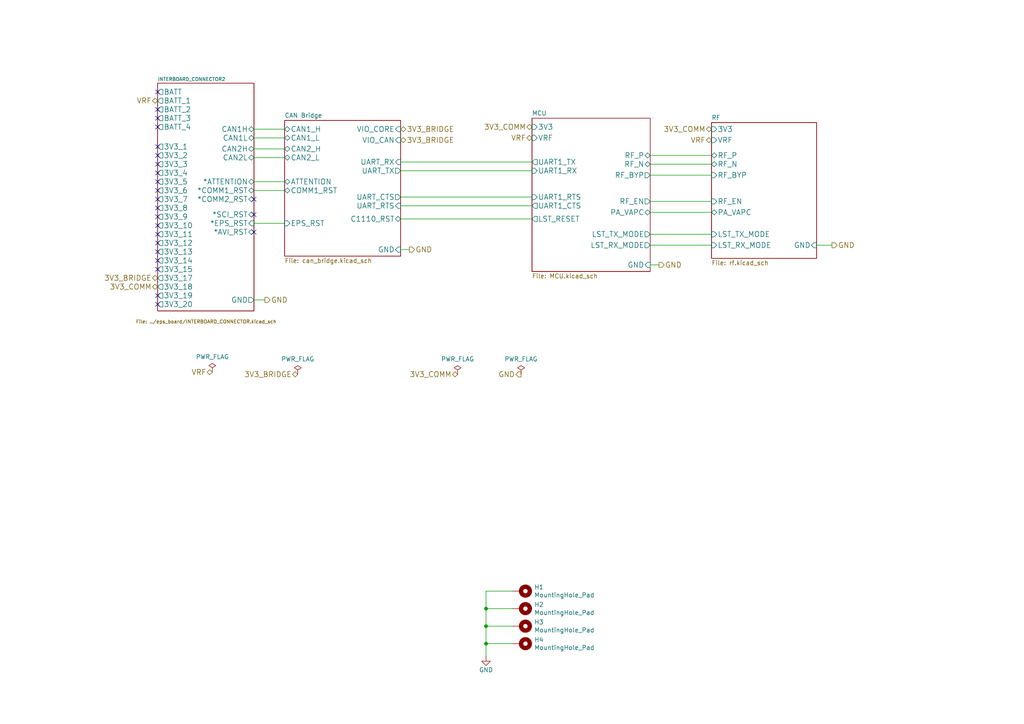
<source format=kicad_sch>
(kicad_sch (version 20231120) (generator "eeschema") (generator_version "8.0")
  (paper "A4")
  (title_block (title "1K Cubesat modification of OpenLST Reference Design") (date "2021-11-15") (rev "1.0") (comment 1 "Drawn by RGSAT. ") (comment 2 "License") (comment 3 "This work is licensed under a Creative Commons Attribution-ShareAlike 4.0 International") (comment 4 "Based on OpenLST Reference Design, Drawn by Ryan Kingsbury, Planet Labs Inc"))
  (lib_symbols
    (symbol "Mechanical:MountingHole_Pad" (pin_numbers hide) (pin_names (offset 1.016) hide) (exclude_from_sim yes) (in_bom no)
      (property "Reference" "H" (at 0 6.35 0))
      (property "Value" "MountingHole_Pad" (at 0 4.445 0))
      (symbol "MountingHole_Pad_0_1"
        (circle (center 0 1.27) (radius 1.27) (stroke (width 1.27)))
      )
      (symbol "MountingHole_Pad_1_1"
        (pin input line (at 0 -2.54 90) (length 2.54) (name "1") (number "1"))
      )
    )
    (symbol "power:GND" (power) (pin_numbers hide) (pin_names (offset 0) hide)
      (property "Value" "GND" (at 0 -3.81 0))
      (symbol "GND_0_1"
        (polyline (pts (xy 0 0) (xy 0 -1.27) (xy 1.27 -1.27) (xy 0 -2.54) (xy -1.27 -1.27) (xy 0 -1.27)))
      )
      (symbol "GND_1_1"
        (pin power_in line (at 0 0 270) (length 0) (name "~") (number "1"))
      )
    )
    (symbol "power:PWR_FLAG" (power) (pin_numbers hide) (pin_names (offset 0) hide)
      (property "Value" "PWR_FLAG" (at 0 3.81 0))
      (symbol "PWR_FLAG_0_0"
        (pin power_out line (at 0 0 90) (length 0) (name "~") (number "1"))
      )
      (symbol "PWR_FLAG_0_1"
        (polyline (pts (xy 0 0) (xy 0 1.27) (xy -1.016 1.905) (xy 0 2.54) (xy 1.016 1.905) (xy 0 1.27)))
      )
    )
  )
  (junction (at 140.97 186.69))
  (junction (at 140.97 181.61))
  (junction (at 140.97 176.53))
  (no_connect (at 45.72 57.785))
  (no_connect (at 45.72 31.75))
  (no_connect (at 45.72 26.67))
  (no_connect (at 45.72 50.165))
  (no_connect (at 45.72 34.29))
  (no_connect (at 45.72 67.945))
  (no_connect (at 45.72 88.265))
  (no_connect (at 73.66 62.23))
  (no_connect (at 45.72 62.865))
  (no_connect (at 45.72 65.405))
  (no_connect (at 45.72 70.485))
  (no_connect (at 73.66 57.785))
  (no_connect (at 45.72 73.025))
  (no_connect (at 45.72 45.085))
  (no_connect (at 45.72 85.725))
  (no_connect (at 45.72 52.705))
  (no_connect (at 45.72 36.83))
  (no_connect (at 45.72 75.565))
  (no_connect (at 45.72 78.105))
  (no_connect (at 73.66 67.31))
  (no_connect (at 45.72 55.245))
  (no_connect (at 45.72 60.325))
  (no_connect (at 45.72 47.625))
  (no_connect (at 45.72 42.545))
  (wire (pts (xy 73.66 45.72) (xy 82.55 45.72)))
  (wire (pts (xy 188.595 61.595) (xy 206.375 61.595)))
  (wire (pts (xy 140.97 171.45) (xy 140.97 176.53)))
  (wire (pts (xy 236.855 71.12) (xy 241.3 71.12)))
  (wire (pts (xy 116.205 57.15) (xy 154.305 57.15)))
  (wire (pts (xy 73.66 43.18) (xy 82.55 43.18)))
  (wire (pts (xy 140.97 171.45) (xy 148.59 171.45)))
  (wire (pts (xy 140.97 186.69) (xy 140.97 190.5)))
  (wire (pts (xy 188.595 50.8) (xy 206.375 50.8)))
  (wire (pts (xy 140.97 181.61) (xy 148.59 181.61)))
  (wire (pts (xy 188.595 58.42) (xy 206.375 58.42)))
  (wire (pts (xy 73.66 64.77) (xy 82.55 64.77)))
  (wire (pts (xy 140.97 181.61) (xy 140.97 186.69)))
  (wire (pts (xy 116.205 49.53) (xy 154.305 49.53)))
  (wire (pts (xy 188.595 67.945) (xy 206.375 67.945)))
  (wire (pts (xy 73.66 55.245) (xy 82.55 55.245)))
  (wire (pts (xy 73.66 40.005) (xy 82.55 40.005)))
  (wire (pts (xy 73.66 86.995) (xy 76.835 86.995)))
  (wire (pts (xy 73.66 37.465) (xy 82.55 37.465)))
  (wire (pts (xy 116.205 59.69) (xy 154.305 59.69)))
  (wire (pts (xy 116.205 46.99) (xy 154.305 46.99)))
  (wire (pts (xy 116.205 63.5) (xy 154.305 63.5)))
  (wire (pts (xy 73.66 52.705) (xy 82.55 52.705)))
  (wire (pts (xy 140.97 176.53) (xy 140.97 181.61)))
  (wire (pts (xy 140.97 176.53) (xy 148.59 176.53)))
  (wire (pts (xy 118.745 72.39) (xy 116.205 72.39)))
  (wire (pts (xy 140.97 186.69) (xy 148.59 186.69)))
  (wire (pts (xy 188.595 45.085) (xy 206.375 45.085)))
  (wire (pts (xy 191.135 76.835) (xy 188.595 76.835)))
  (wire (pts (xy 188.595 71.12) (xy 206.375 71.12)))
  (wire (pts (xy 188.595 47.625) (xy 206.375 47.625)))
  (hierarchical_label "VRF" (shape bidirectional) (at 206.375 40.64 180) (effects (font (size 1.524 1.524))))
  (hierarchical_label "GND" (shape output) (at 151.13 108.585 180) (effects (font (size 1.524 1.524))))
  (hierarchical_label "GND" (shape output) (at 241.3 71.12 0) (effects (font (size 1.524 1.524))))
  (hierarchical_label "VRF" (shape bidirectional) (at 154.305 40.005 180) (effects (font (size 1.524 1.524))))
  (hierarchical_label "3V3_COMM" (shape bidirectional) (at 206.375 37.465 180) (effects (font (size 1.524 1.524))))
  (hierarchical_label "GND" (shape output) (at 191.135 76.835 0) (effects (font (size 1.524 1.524))))
  (hierarchical_label "3V3_BRIDGE" (shape bidirectional) (at 116.205 40.64 0) (effects (font (size 1.524 1.524))))
  (hierarchical_label "VRF" (shape bidirectional) (at 61.595 107.95 180) (effects (font (size 1.524 1.524))))
  (hierarchical_label "GND" (shape output) (at 118.745 72.39 0) (effects (font (size 1.524 1.524))))
  (hierarchical_label "3V3_COMM" (shape bidirectional) (at 154.305 36.83 180) (effects (font (size 1.524 1.524))))
  (hierarchical_label "3V3_BRIDGE" (shape bidirectional) (at 45.72 80.645 180) (effects (font (size 1.524 1.524))))
  (hierarchical_label "3V3_COMM" (shape bidirectional) (at 45.72 83.185 180) (effects (font (size 1.524 1.524))))
  (hierarchical_label "3V3_COMM" (shape bidirectional) (at 132.715 108.585 180) (effects (font (size 1.524 1.524))))
  (hierarchical_label "GND" (shape output) (at 76.835 86.995 0) (effects (font (size 1.524 1.524))))
  (hierarchical_label "3V3_BRIDGE" (shape bidirectional) (at 86.36 108.585 180) (effects (font (size 1.524 1.524))))
  (hierarchical_label "3V3_BRIDGE" (shape bidirectional) (at 116.205 37.465 0) (effects (font (size 1.524 1.524))))
  (hierarchical_label "VRF" (shape bidirectional) (at 45.72 29.21 180) (effects (font (size 1.524 1.524))))
  (symbol (lib_id "power:GND") (at 140.97 190.5 0) (unit 1)
    (property "Reference" "#PWR01" (effects (hide yes)))
    (property "Value" "GND" (at 140.97 194.31 0))
    (property "Description" "Power symbol creates a global label with name \"GND\" , ground" (effects (hide yes)))
  )
  (symbol (lib_id "Mechanical:MountingHole_Pad") (at 151.13 171.45 270) (unit 1)
    (property "Reference" "H1" (at 154.94 170.2816 90) (effects (justify left)))
    (property "Value" "MountingHole_Pad" (at 154.94 172.593 90) (effects (justify left)))
    (property "Footprint" "Common:MountingHole_4.3mm_M4_Pad_Via_Custom" (effects (hide yes)))
  )
  (symbol (lib_id "Mechanical:MountingHole_Pad") (at 151.13 176.53 270) (unit 1)
    (property "Reference" "H2" (at 154.94 175.3616 90) (effects (justify left)))
    (property "Value" "MountingHole_Pad" (at 154.94 177.673 90) (effects (justify left)))
    (property "Footprint" "Common:MountingHole_4.3mm_M4_Pad_Via_Custom" (effects (hide yes)))
  )
  (symbol (lib_id "Mechanical:MountingHole_Pad") (at 151.13 181.61 270) (unit 1)
    (property "Reference" "H3" (at 154.94 180.4416 90) (effects (justify left)))
    (property "Value" "MountingHole_Pad" (at 154.94 182.753 90) (effects (justify left)))
    (property "Footprint" "Common:MountingHole_4.3mm_M4_Pad_Via_Custom" (effects (hide yes)))
  )
  (symbol (lib_id "Mechanical:MountingHole_Pad") (at 151.13 186.69 270) (unit 1)
    (property "Reference" "H4" (at 154.94 185.5216 90) (effects (justify left)))
    (property "Value" "MountingHole_Pad" (at 154.94 187.833 90) (effects (justify left)))
    (property "Footprint" "Common:MountingHole_4.3mm_M4_Pad_Via_Custom" (effects (hide yes)))
  )
  (symbol (lib_id "power:PWR_FLAG") (at 132.715 108.585 0) (unit 1)
    (property "Reference" "#FLG02" (effects (hide yes)))
    (property "Value" "PWR_FLAG" (at 132.715 104.14 0))
    (property "Description" "Special symbol for telling ERC where power comes from" (effects (hide yes)))
  )
  (symbol (lib_id "power:PWR_FLAG") (at 61.595 107.95 0) (unit 1)
    (property "Reference" "#FLG05" (effects (hide yes)))
    (property "Value" "PWR_FLAG" (at 61.595 103.505 0))
    (property "Description" "Special symbol for telling ERC where power comes from" (effects (hide yes)))
  )
  (symbol (lib_id "power:PWR_FLAG") (at 151.13 108.585 0) (unit 1)
    (property "Reference" "#FLG03" (effects (hide yes)))
    (property "Value" "PWR_FLAG" (at 151.13 104.14 0))
    (property "Description" "Special symbol for telling ERC where power comes from" (effects (hide yes)))
  )
  (symbol (lib_id "power:PWR_FLAG") (at 86.36 108.585 0) (unit 1)
    (property "Reference" "#FLG01" (effects (hide yes)))
    (property "Value" "PWR_FLAG" (at 86.36 104.14 0))
    (property "Description" "Special symbol for telling ERC where power comes from" (effects (hide yes)))
  )
  (sheet (at 45.72 24.13) (size 27.94 66.04)
    (property "Sheetname" "INTERBOARD_CONNECTOR2" (at 45.72 23.5581 0) (effects (font (size 0.9906 0.9906)) (justify left bottom)))
    (property "Sheetfile" "../eps_board/INTERBOARD_CONNECTOR.kicad_sch" (at 39.37 92.71 0) (effects (font (size 0.9906 0.9906)) (justify left top)))
    (pin "3V3_10" output (at 45.72 65.405 180) (effects (font (size 1.524 1.524))))
    (pin "BATT" output (at 45.72 26.67 180) (effects (font (size 1.524 1.524))))
    (pin "GND" output (at 73.66 86.995 0) (effects (font (size 1.524 1.524))))
    (pin "3V3_1" output (at 45.72 42.545 180) (effects (font (size 1.524 1.524))))
    (pin "CAN1H" bidirectional (at 73.66 37.465 0) (effects (font (size 1.524 1.524))))
    (pin "CAN1L" bidirectional (at 73.66 40.005 0) (effects (font (size 1.524 1.524))))
    (pin "3V3_3" output (at 45.72 47.625 180) (effects (font (size 1.524 1.524))))
    (pin "3V3_4" output (at 45.72 50.165 180) (effects (font (size 1.524 1.524))))
    (pin "3V3_5" output (at 45.72 52.705 180) (effects (font (size 1.524 1.524))))
    (pin "3V3_7" output (at 45.72 57.785 180) (effects (font (size 1.524 1.524))))
    (pin "3V3_8" output (at 45.72 60.325 180) (effects (font (size 1.524 1.524))))
    (pin "3V3_9" output (at 45.72 62.865 180) (effects (font (size 1.524 1.524))))
    (pin "3V3_11" output (at 45.72 67.945 180) (effects (font (size 1.524 1.524))))
    (pin "3V3_12" output (at 45.72 70.485 180) (effects (font (size 1.524 1.524))))
    (pin "3V3_2" output (at 45.72 45.085 180) (effects (font (size 1.524 1.524))))
    (pin "3V3_6" output (at 45.72 55.245 180) (effects (font (size 1.524 1.524))))
    (pin "CAN2H" bidirectional (at 73.66 43.18 0) (effects (font (size 1.524 1.524))))
    (pin "CAN2L" bidirectional (at 73.66 45.72 0) (effects (font (size 1.524 1.524))))
    (pin "3V3_13" output (at 45.72 73.025 180) (effects (font (size 1.524 1.524))))
    (pin "*AVI_RST" bidirectional (at 73.66 67.31 0) (effects (font (size 1.524 1.524))))
    (pin "*COMM2_RST" bidirectional (at 73.66 57.785 0) (effects (font (size 1.524 1.524))))
    (pin "*EPS_RST" input (at 73.66 64.77 0) (effects (font (size 1.524 1.524))))
    (pin "*SCI_RST" bidirectional (at 73.66 62.23 0) (effects (font (size 1.524 1.524))))
    (pin "*ATTENTION" bidirectional (at 73.66 52.705 0) (effects (font (size 1.524 1.524))))
    (pin "*COMM1_RST" bidirectional (at 73.66 55.245 0) (effects (font (size 1.524 1.524))))
    (pin "3V3_14" output (at 45.72 75.565 180) (effects (font (size 1.524 1.524))))
    (pin "3V3_17" output (at 45.72 80.645 180) (effects (font (size 1.524 1.524))))
    (pin "3V3_19" output (at 45.72 85.725 180) (effects (font (size 1.524 1.524))))
    (pin "3V3_15" output (at 45.72 78.105 180) (effects (font (size 1.524 1.524))))
    (pin "3V3_18" output (at 45.72 83.185 180) (effects (font (size 1.524 1.524))))
    (pin "3V3_20" output (at 45.72 88.265 180) (effects (font (size 1.524 1.524))))
    (pin "BATT_2" output (at 45.72 31.75 180) (effects (font (size 1.524 1.524))))
    (pin "BATT_4" output (at 45.72 36.83 180) (effects (font (size 1.524 1.524))))
    (pin "BATT_1" output (at 45.72 29.21 180) (effects (font (size 1.524 1.524))))
    (pin "BATT_3" output (at 45.72 34.29 180) (effects (font (size 1.524 1.524))))
  )
  (sheet (at 82.55 34.925) (size 33.655 39.37) (stroke (width 0.1524))
    (property "Sheetname" "CAN Bridge" (at 82.55 34.2134 0) (effects (justify left bottom)))
    (property "Sheetfile" "can_bridge.kicad_sch" (at 82.55 74.8796 0) (effects (justify left top)))
    (pin "GND" input (at 116.205 72.39 0) (effects (font (size 1.524 1.524))))
    (pin "VIO_CAN" input (at 116.205 40.64 0) (effects (font (size 1.524 1.524))))
    (pin "CAN1_H" bidirectional (at 82.55 37.465 180) (effects (font (size 1.524 1.524))))
    (pin "CAN2_H" bidirectional (at 82.55 43.18 180) (effects (font (size 1.524 1.524))))
    (pin "CAN1_L" bidirectional (at 82.55 40.005 180) (effects (font (size 1.524 1.524))))
    (pin "CAN2_L" bidirectional (at 82.55 45.72 180) (effects (font (size 1.524 1.524))))
    (pin "VIO_CORE" input (at 116.205 37.465 0) (effects (font (size 1.524 1.524))))
    (pin "UART_RX" input (at 116.205 46.99 0) (effects (font (size 1.524 1.524))))
    (pin "UART_TX" output (at 116.205 49.53 0) (effects (font (size 1.524 1.524))))
    (pin "UART_CTS" output (at 116.205 57.15 0) (effects (font (size 1.524 1.524))))
    (pin "UART_RTS" input (at 116.205 59.69 0) (effects (font (size 1.524 1.524))))
    (pin "ATTENTION" bidirectional (at 82.55 52.705 180) (effects (font (size 1.524 1.524))))
    (pin "COMM1_RST" bidirectional (at 82.55 55.245 180) (effects (font (size 1.524 1.524))))
    (pin "C1110_RST" bidirectional (at 116.205 63.5 0) (effects (font (size 1.524 1.524))))
    (pin "EPS_RST" input (at 82.55 64.77 180) (effects (font (size 1.524 1.524))))
  )
  (sheet (at 206.375 35.56) (size 30.48 39.37) (stroke (width 0.1524))
    (property "Sheetname" "RF" (at 206.375 34.8484 0) (effects (justify left bottom)))
    (property "Sheetfile" "rf.kicad_sch" (at 206.375 75.5146 0) (effects (justify left top)))
    (pin "PA_VAPC" bidirectional (at 206.375 61.595 180) (effects (font (size 1.524 1.524))))
    (pin "RF_P" bidirectional (at 206.375 45.085 180) (effects (font (size 1.524 1.524))))
    (pin "RF_N" bidirectional (at 206.375 47.625 180) (effects (font (size 1.524 1.524))))
    (pin "LST_TX_MODE" input (at 206.375 67.945 180) (effects (font (size 1.524 1.524))))
    (pin "RF_BYP" input (at 206.375 50.8 180) (effects (font (size 1.524 1.524))))
    (pin "RF_EN" input (at 206.375 58.42 180) (effects (font (size 1.524 1.524))))
    (pin "LST_RX_MODE" input (at 206.375 71.12 180) (effects (font (size 1.524 1.524))))
    (pin "GND" input (at 236.855 71.12 0) (effects (font (size 1.524 1.524))))
    (pin "3V3" input (at 206.375 37.465 180) (effects (font (size 1.524 1.524))))
    (pin "VRF" input (at 206.375 40.64 180) (effects (font (size 1.524 1.524))))
  )
  (sheet (at 154.305 34.29) (size 34.29 44.45) (stroke (width 0.1524))
    (property "Sheetname" "MCU" (at 154.305 33.5784 0) (effects (justify left bottom)))
    (property "Sheetfile" "MCU.kicad_sch" (at 154.305 79.3246 0) (effects (justify left top)))
    (pin "UART1_CTS" output (at 154.305 59.69 180) (effects (font (size 1.524 1.524))))
    (pin "UART1_RX" input (at 154.305 49.53 180) (effects (font (size 1.524 1.524))))
    (pin "UART1_RTS" input (at 154.305 57.15 180) (effects (font (size 1.524 1.524))))
    (pin "UART1_TX" output (at 154.305 46.99 180) (effects (font (size 1.524 1.524))))
    (pin "RF_P" bidirectional (at 188.595 45.085 0) (effects (font (size 1.524 1.524))))
    (pin "RF_N" bidirectional (at 188.595 47.625 0) (effects (font (size 1.524 1.524))))
    (pin "LST_TX_MODE" output (at 188.595 67.945 0) (effects (font (size 1.524 1.524))))
    (pin "LST_RX_MODE" output (at 188.595 71.12 0) (effects (font (size 1.524 1.524))))
    (pin "RF_BYP" output (at 188.595 50.8 0) (effects (font (size 1.524 1.524))))
    (pin "RF_EN" output (at 188.595 58.42 0) (effects (font (size 1.524 1.524))))
    (pin "PA_VAPC" bidirectional (at 188.595 61.595 0) (effects (font (size 1.524 1.524))))
    (pin "LST_RESET" output (at 154.305 63.5 180) (effects (font (size 1.524 1.524))))
    (pin "GND" input (at 188.595 76.835 0) (effects (font (size 1.524 1.524))))
    (pin "3V3" input (at 154.305 36.83 180) (effects (font (size 1.524 1.524))))
    (pin "VRF" input (at 154.305 40.005 180) (effects (font (size 1.524 1.524))))
  )
)
</source>
